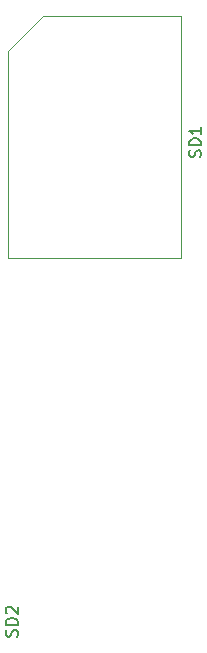
<source format=gto>
%TF.GenerationSoftware,KiCad,Pcbnew,9.0.3*%
%TF.CreationDate,2026-01-26T00:41:47+02:00*%
%TF.ProjectId,SDCards,53444361-7264-4732-9e6b-696361645f70,rev?*%
%TF.SameCoordinates,Original*%
%TF.FileFunction,Legend,Top*%
%TF.FilePolarity,Positive*%
%FSLAX46Y46*%
G04 Gerber Fmt 4.6, Leading zero omitted, Abs format (unit mm)*
G04 Created by KiCad (PCBNEW 9.0.3) date 2026-01-26 00:41:47*
%MOMM*%
%LPD*%
G01*
G04 APERTURE LIST*
%ADD10C,0.150000*%
%ADD11C,0.120000*%
G04 APERTURE END LIST*
D10*
X81037200Y-120021904D02*
X81084819Y-119879047D01*
X81084819Y-119879047D02*
X81084819Y-119640952D01*
X81084819Y-119640952D02*
X81037200Y-119545714D01*
X81037200Y-119545714D02*
X80989580Y-119498095D01*
X80989580Y-119498095D02*
X80894342Y-119450476D01*
X80894342Y-119450476D02*
X80799104Y-119450476D01*
X80799104Y-119450476D02*
X80703866Y-119498095D01*
X80703866Y-119498095D02*
X80656247Y-119545714D01*
X80656247Y-119545714D02*
X80608628Y-119640952D01*
X80608628Y-119640952D02*
X80561009Y-119831428D01*
X80561009Y-119831428D02*
X80513390Y-119926666D01*
X80513390Y-119926666D02*
X80465771Y-119974285D01*
X80465771Y-119974285D02*
X80370533Y-120021904D01*
X80370533Y-120021904D02*
X80275295Y-120021904D01*
X80275295Y-120021904D02*
X80180057Y-119974285D01*
X80180057Y-119974285D02*
X80132438Y-119926666D01*
X80132438Y-119926666D02*
X80084819Y-119831428D01*
X80084819Y-119831428D02*
X80084819Y-119593333D01*
X80084819Y-119593333D02*
X80132438Y-119450476D01*
X81084819Y-119021904D02*
X80084819Y-119021904D01*
X80084819Y-119021904D02*
X80084819Y-118783809D01*
X80084819Y-118783809D02*
X80132438Y-118640952D01*
X80132438Y-118640952D02*
X80227676Y-118545714D01*
X80227676Y-118545714D02*
X80322914Y-118498095D01*
X80322914Y-118498095D02*
X80513390Y-118450476D01*
X80513390Y-118450476D02*
X80656247Y-118450476D01*
X80656247Y-118450476D02*
X80846723Y-118498095D01*
X80846723Y-118498095D02*
X80941961Y-118545714D01*
X80941961Y-118545714D02*
X81037200Y-118640952D01*
X81037200Y-118640952D02*
X81084819Y-118783809D01*
X81084819Y-118783809D02*
X81084819Y-119021904D01*
X80180057Y-118069523D02*
X80132438Y-118021904D01*
X80132438Y-118021904D02*
X80084819Y-117926666D01*
X80084819Y-117926666D02*
X80084819Y-117688571D01*
X80084819Y-117688571D02*
X80132438Y-117593333D01*
X80132438Y-117593333D02*
X80180057Y-117545714D01*
X80180057Y-117545714D02*
X80275295Y-117498095D01*
X80275295Y-117498095D02*
X80370533Y-117498095D01*
X80370533Y-117498095D02*
X80513390Y-117545714D01*
X80513390Y-117545714D02*
X81084819Y-118117142D01*
X81084819Y-118117142D02*
X81084819Y-117498095D01*
X96567200Y-79421904D02*
X96614819Y-79279047D01*
X96614819Y-79279047D02*
X96614819Y-79040952D01*
X96614819Y-79040952D02*
X96567200Y-78945714D01*
X96567200Y-78945714D02*
X96519580Y-78898095D01*
X96519580Y-78898095D02*
X96424342Y-78850476D01*
X96424342Y-78850476D02*
X96329104Y-78850476D01*
X96329104Y-78850476D02*
X96233866Y-78898095D01*
X96233866Y-78898095D02*
X96186247Y-78945714D01*
X96186247Y-78945714D02*
X96138628Y-79040952D01*
X96138628Y-79040952D02*
X96091009Y-79231428D01*
X96091009Y-79231428D02*
X96043390Y-79326666D01*
X96043390Y-79326666D02*
X95995771Y-79374285D01*
X95995771Y-79374285D02*
X95900533Y-79421904D01*
X95900533Y-79421904D02*
X95805295Y-79421904D01*
X95805295Y-79421904D02*
X95710057Y-79374285D01*
X95710057Y-79374285D02*
X95662438Y-79326666D01*
X95662438Y-79326666D02*
X95614819Y-79231428D01*
X95614819Y-79231428D02*
X95614819Y-78993333D01*
X95614819Y-78993333D02*
X95662438Y-78850476D01*
X96614819Y-78421904D02*
X95614819Y-78421904D01*
X95614819Y-78421904D02*
X95614819Y-78183809D01*
X95614819Y-78183809D02*
X95662438Y-78040952D01*
X95662438Y-78040952D02*
X95757676Y-77945714D01*
X95757676Y-77945714D02*
X95852914Y-77898095D01*
X95852914Y-77898095D02*
X96043390Y-77850476D01*
X96043390Y-77850476D02*
X96186247Y-77850476D01*
X96186247Y-77850476D02*
X96376723Y-77898095D01*
X96376723Y-77898095D02*
X96471961Y-77945714D01*
X96471961Y-77945714D02*
X96567200Y-78040952D01*
X96567200Y-78040952D02*
X96614819Y-78183809D01*
X96614819Y-78183809D02*
X96614819Y-78421904D01*
X96614819Y-76898095D02*
X96614819Y-77469523D01*
X96614819Y-77183809D02*
X95614819Y-77183809D01*
X95614819Y-77183809D02*
X95757676Y-77279047D01*
X95757676Y-77279047D02*
X95852914Y-77374285D01*
X95852914Y-77374285D02*
X95900533Y-77469523D01*
D11*
%TO.C,J2*%
X80295000Y-70482473D02*
X83245000Y-67452473D01*
X80295000Y-87982473D02*
X80295000Y-70482473D01*
X83245000Y-67452473D02*
X94945000Y-67452473D01*
X94945000Y-87982473D02*
X80295000Y-87982473D01*
X94945000Y-87992473D02*
X94945000Y-67452473D01*
%TD*%
M02*

</source>
